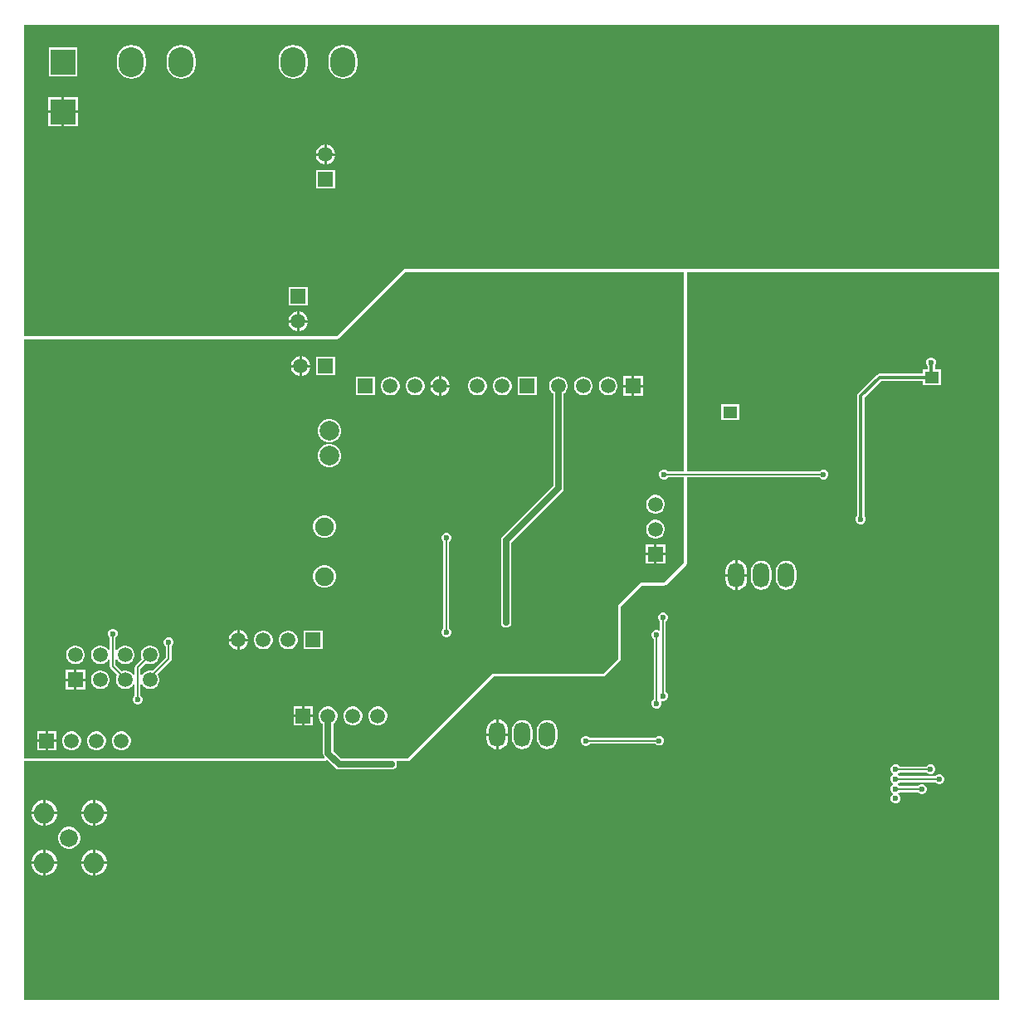
<source format=gbl>
G04*
G04 #@! TF.GenerationSoftware,Altium Limited,Altium Designer,22.2.1 (43)*
G04*
G04 Layer_Physical_Order=2*
G04 Layer_Color=10275833*
%FSLAX24Y24*%
%MOIN*%
G70*
G04*
G04 #@! TF.SameCoordinates,AB8B2AD1-1602-442A-A43A-F402AF7CDF0B*
G04*
G04*
G04 #@! TF.FilePolarity,Positive*
G04*
G01*
G75*
%ADD12C,0.0079*%
%ADD16C,0.0118*%
%ADD22R,0.0550X0.0500*%
%ADD73C,0.0253*%
%ADD76C,0.0820*%
%ADD77C,0.0720*%
%ADD78R,0.0591X0.0591*%
%ADD79C,0.0591*%
%ADD80O,0.0660X0.1000*%
%ADD81C,0.0750*%
%ADD82C,0.0787*%
%ADD83R,0.0591X0.0591*%
%ADD84O,0.1000X0.1200*%
%ADD85R,0.0984X0.0984*%
%ADD86C,0.0236*%
G36*
X39270Y29450D02*
X15350D01*
X12650Y26750D01*
X100D01*
Y39270D01*
X39270D01*
Y29450D01*
D02*
G37*
G36*
X26600Y21320D02*
X25958D01*
X25912Y21367D01*
X25839Y21397D01*
X25761D01*
X25688Y21367D01*
X25633Y21312D01*
X25603Y21239D01*
Y21161D01*
X25633Y21088D01*
X25688Y21033D01*
X25761Y21003D01*
X25839D01*
X25912Y21033D01*
X25958Y21080D01*
X26600D01*
Y17650D01*
X25800Y16850D01*
X24850D01*
X23950Y15950D01*
Y13800D01*
X23350Y13200D01*
X18900D01*
X15500Y9800D01*
X12796D01*
X12509Y10087D01*
Y11189D01*
X12530Y11201D01*
X12599Y11270D01*
X12649Y11356D01*
X12674Y11451D01*
Y11549D01*
X12649Y11644D01*
X12599Y11730D01*
X12530Y11799D01*
X12444Y11849D01*
X12349Y11874D01*
X12251D01*
X12156Y11849D01*
X12070Y11799D01*
X12001Y11730D01*
X11951Y11644D01*
X11926Y11549D01*
Y11451D01*
X11951Y11356D01*
X12001Y11270D01*
X12070Y11201D01*
X12091Y11189D01*
Y10000D01*
X12107Y9920D01*
X12152Y9852D01*
X12158Y9846D01*
X12139Y9800D01*
X100D01*
Y26630D01*
X12650D01*
X12650Y26630D01*
X12696Y26639D01*
X12735Y26665D01*
X12735Y26665D01*
X15400Y29330D01*
X26600D01*
Y21320D01*
D02*
G37*
G36*
X39270Y100D02*
X100D01*
Y9680D01*
X12139D01*
X12168Y9685D01*
X12185Y9689D01*
X12224Y9715D01*
X12280Y9721D01*
X12286Y9718D01*
X12602Y9402D01*
X12670Y9357D01*
X12750Y9341D01*
X14850D01*
X14930Y9357D01*
X14998Y9402D01*
X15043Y9470D01*
X15059Y9550D01*
X15043Y9630D01*
X15039Y9635D01*
X15063Y9680D01*
X15500D01*
X15546Y9689D01*
X15585Y9715D01*
X18950Y13080D01*
X23350D01*
X23396Y13089D01*
X23435Y13115D01*
X24035Y13715D01*
X24061Y13754D01*
X24070Y13800D01*
X24070Y13800D01*
Y15900D01*
X24900Y16730D01*
X25800D01*
X25800Y16730D01*
X25846Y16739D01*
X25885Y16765D01*
X26685Y17565D01*
X26711Y17604D01*
X26720Y17650D01*
X26720Y17650D01*
Y21080D01*
X32042D01*
X32088Y21033D01*
X32161Y21003D01*
X32239D01*
X32312Y21033D01*
X32367Y21088D01*
X32397Y21161D01*
Y21239D01*
X32367Y21312D01*
X32312Y21367D01*
X32239Y21397D01*
X32161D01*
X32088Y21367D01*
X32042Y21320D01*
X26720D01*
Y29330D01*
X39270D01*
Y100D01*
D02*
G37*
%LPC*%
G36*
X2221Y38341D02*
X1079D01*
Y37199D01*
X2221D01*
Y38341D01*
D02*
G37*
G36*
X12900Y38454D02*
X12749Y38434D01*
X12608Y38376D01*
X12487Y38283D01*
X12394Y38162D01*
X12336Y38021D01*
X12316Y37870D01*
Y37670D01*
X12336Y37519D01*
X12394Y37378D01*
X12487Y37257D01*
X12608Y37165D01*
X12749Y37106D01*
X12900Y37086D01*
X13051Y37106D01*
X13192Y37165D01*
X13313Y37257D01*
X13406Y37378D01*
X13464Y37519D01*
X13484Y37670D01*
Y37870D01*
X13464Y38021D01*
X13406Y38162D01*
X13313Y38283D01*
X13192Y38376D01*
X13051Y38434D01*
X12900Y38454D01*
D02*
G37*
G36*
X10900D02*
X10749Y38434D01*
X10608Y38376D01*
X10487Y38283D01*
X10394Y38162D01*
X10336Y38021D01*
X10316Y37870D01*
Y37670D01*
X10336Y37519D01*
X10394Y37378D01*
X10487Y37257D01*
X10608Y37165D01*
X10749Y37106D01*
X10900Y37086D01*
X11051Y37106D01*
X11192Y37165D01*
X11313Y37257D01*
X11406Y37378D01*
X11464Y37519D01*
X11484Y37670D01*
Y37870D01*
X11464Y38021D01*
X11406Y38162D01*
X11313Y38283D01*
X11192Y38376D01*
X11051Y38434D01*
X10900Y38454D01*
D02*
G37*
G36*
X6400D02*
X6249Y38434D01*
X6108Y38376D01*
X5987Y38283D01*
X5894Y38162D01*
X5836Y38021D01*
X5816Y37870D01*
Y37670D01*
X5836Y37519D01*
X5894Y37378D01*
X5987Y37257D01*
X6108Y37165D01*
X6249Y37106D01*
X6400Y37086D01*
X6551Y37106D01*
X6692Y37165D01*
X6813Y37257D01*
X6906Y37378D01*
X6964Y37519D01*
X6984Y37670D01*
Y37870D01*
X6964Y38021D01*
X6906Y38162D01*
X6813Y38283D01*
X6692Y38376D01*
X6551Y38434D01*
X6400Y38454D01*
D02*
G37*
G36*
X4400D02*
X4249Y38434D01*
X4108Y38376D01*
X3987Y38283D01*
X3894Y38162D01*
X3836Y38021D01*
X3816Y37870D01*
Y37670D01*
X3836Y37519D01*
X3894Y37378D01*
X3987Y37257D01*
X4108Y37165D01*
X4249Y37106D01*
X4400Y37086D01*
X4551Y37106D01*
X4692Y37165D01*
X4813Y37257D01*
X4906Y37378D01*
X4964Y37519D01*
X4984Y37670D01*
Y37870D01*
X4964Y38021D01*
X4906Y38162D01*
X4813Y38283D01*
X4692Y38376D01*
X4551Y38434D01*
X4400Y38454D01*
D02*
G37*
G36*
X2242Y36362D02*
X1700D01*
Y35820D01*
X2242D01*
Y36362D01*
D02*
G37*
G36*
X1600D02*
X1058D01*
Y35820D01*
X1600D01*
Y36362D01*
D02*
G37*
G36*
X2242Y35720D02*
X1700D01*
Y35178D01*
X2242D01*
Y35720D01*
D02*
G37*
G36*
X1600D02*
X1058D01*
Y35178D01*
X1600D01*
Y35720D01*
D02*
G37*
G36*
X12252Y34445D02*
X12250D01*
Y34100D01*
X12595D01*
Y34102D01*
X12568Y34203D01*
X12516Y34293D01*
X12443Y34366D01*
X12353Y34418D01*
X12252Y34445D01*
D02*
G37*
G36*
X12150D02*
X12148D01*
X12047Y34418D01*
X11957Y34366D01*
X11884Y34293D01*
X11832Y34203D01*
X11805Y34102D01*
Y34100D01*
X12150D01*
Y34445D01*
D02*
G37*
G36*
X12595Y34000D02*
X12250D01*
Y33655D01*
X12252D01*
X12353Y33682D01*
X12443Y33734D01*
X12516Y33807D01*
X12568Y33897D01*
X12595Y33998D01*
Y34000D01*
D02*
G37*
G36*
X12150D02*
X11805D01*
Y33998D01*
X11832Y33897D01*
X11884Y33807D01*
X11957Y33734D01*
X12047Y33682D01*
X12148Y33655D01*
X12150D01*
Y34000D01*
D02*
G37*
G36*
X12574Y33424D02*
X11826D01*
Y32676D01*
X12574D01*
Y33424D01*
D02*
G37*
G36*
X11474Y28724D02*
X10726D01*
Y27976D01*
X11474D01*
Y28724D01*
D02*
G37*
G36*
X11152Y27745D02*
X11150D01*
Y27400D01*
X11495D01*
Y27402D01*
X11468Y27503D01*
X11416Y27593D01*
X11343Y27666D01*
X11253Y27718D01*
X11152Y27745D01*
D02*
G37*
G36*
X11050D02*
X11048D01*
X10947Y27718D01*
X10857Y27666D01*
X10784Y27593D01*
X10732Y27503D01*
X10705Y27402D01*
Y27400D01*
X11050D01*
Y27745D01*
D02*
G37*
G36*
X11495Y27300D02*
X11150D01*
Y26955D01*
X11152D01*
X11253Y26982D01*
X11343Y27034D01*
X11416Y27107D01*
X11468Y27197D01*
X11495Y27298D01*
Y27300D01*
D02*
G37*
G36*
X11050D02*
X10705D01*
Y27298D01*
X10732Y27197D01*
X10784Y27107D01*
X10857Y27034D01*
X10947Y26982D01*
X11048Y26955D01*
X11050D01*
Y27300D01*
D02*
G37*
G36*
X11252Y25945D02*
X11250D01*
Y25600D01*
X11595D01*
Y25602D01*
X11568Y25703D01*
X11516Y25793D01*
X11443Y25866D01*
X11353Y25918D01*
X11252Y25945D01*
D02*
G37*
G36*
X11150D02*
X11148D01*
X11047Y25918D01*
X10957Y25866D01*
X10884Y25793D01*
X10832Y25703D01*
X10805Y25602D01*
Y25600D01*
X11150D01*
Y25945D01*
D02*
G37*
G36*
X12574Y25924D02*
X11826D01*
Y25176D01*
X12574D01*
Y25924D01*
D02*
G37*
G36*
X11595Y25500D02*
X11250D01*
Y25155D01*
X11252D01*
X11353Y25182D01*
X11443Y25234D01*
X11516Y25307D01*
X11568Y25397D01*
X11595Y25498D01*
Y25500D01*
D02*
G37*
G36*
X11150D02*
X10805D01*
Y25498D01*
X10832Y25397D01*
X10884Y25307D01*
X10957Y25234D01*
X11047Y25182D01*
X11148Y25155D01*
X11150D01*
Y25500D01*
D02*
G37*
G36*
X16852Y25145D02*
X16850D01*
Y24800D01*
X17195D01*
Y24802D01*
X17168Y24903D01*
X17116Y24993D01*
X17043Y25066D01*
X16953Y25118D01*
X16852Y25145D01*
D02*
G37*
G36*
X16750D02*
X16748D01*
X16647Y25118D01*
X16557Y25066D01*
X16484Y24993D01*
X16432Y24903D01*
X16405Y24802D01*
Y24800D01*
X16750D01*
Y25145D01*
D02*
G37*
G36*
X24945D02*
X24600D01*
Y24800D01*
X24945D01*
Y25145D01*
D02*
G37*
G36*
X24500D02*
X24155D01*
Y24800D01*
X24500D01*
Y25145D01*
D02*
G37*
G36*
X23599Y25124D02*
X23501D01*
X23406Y25099D01*
X23320Y25049D01*
X23251Y24980D01*
X23201Y24894D01*
X23176Y24799D01*
Y24701D01*
X23201Y24606D01*
X23251Y24520D01*
X23320Y24451D01*
X23406Y24401D01*
X23501Y24376D01*
X23599D01*
X23694Y24401D01*
X23780Y24451D01*
X23849Y24520D01*
X23899Y24606D01*
X23924Y24701D01*
Y24799D01*
X23899Y24894D01*
X23849Y24980D01*
X23780Y25049D01*
X23694Y25099D01*
X23599Y25124D01*
D02*
G37*
G36*
X22599D02*
X22501D01*
X22406Y25099D01*
X22320Y25049D01*
X22251Y24980D01*
X22201Y24894D01*
X22176Y24799D01*
Y24701D01*
X22201Y24606D01*
X22251Y24520D01*
X22320Y24451D01*
X22406Y24401D01*
X22501Y24376D01*
X22599D01*
X22694Y24401D01*
X22780Y24451D01*
X22849Y24520D01*
X22899Y24606D01*
X22924Y24701D01*
Y24799D01*
X22899Y24894D01*
X22849Y24980D01*
X22780Y25049D01*
X22694Y25099D01*
X22599Y25124D01*
D02*
G37*
G36*
X20674D02*
X19926D01*
Y24376D01*
X20674D01*
Y25124D01*
D02*
G37*
G36*
X19349D02*
X19251D01*
X19156Y25099D01*
X19070Y25049D01*
X19001Y24980D01*
X18951Y24894D01*
X18926Y24799D01*
Y24701D01*
X18951Y24606D01*
X19001Y24520D01*
X19070Y24451D01*
X19156Y24401D01*
X19251Y24376D01*
X19349D01*
X19444Y24401D01*
X19530Y24451D01*
X19599Y24520D01*
X19649Y24606D01*
X19674Y24701D01*
Y24799D01*
X19649Y24894D01*
X19599Y24980D01*
X19530Y25049D01*
X19444Y25099D01*
X19349Y25124D01*
D02*
G37*
G36*
X18349D02*
X18251D01*
X18156Y25099D01*
X18070Y25049D01*
X18001Y24980D01*
X17951Y24894D01*
X17926Y24799D01*
Y24701D01*
X17951Y24606D01*
X18001Y24520D01*
X18070Y24451D01*
X18156Y24401D01*
X18251Y24376D01*
X18349D01*
X18444Y24401D01*
X18530Y24451D01*
X18599Y24520D01*
X18649Y24606D01*
X18674Y24701D01*
Y24799D01*
X18649Y24894D01*
X18599Y24980D01*
X18530Y25049D01*
X18444Y25099D01*
X18349Y25124D01*
D02*
G37*
G36*
X15849D02*
X15751D01*
X15656Y25099D01*
X15570Y25049D01*
X15501Y24980D01*
X15451Y24894D01*
X15426Y24799D01*
Y24701D01*
X15451Y24606D01*
X15501Y24520D01*
X15570Y24451D01*
X15656Y24401D01*
X15751Y24376D01*
X15849D01*
X15944Y24401D01*
X16030Y24451D01*
X16099Y24520D01*
X16149Y24606D01*
X16174Y24701D01*
Y24799D01*
X16149Y24894D01*
X16099Y24980D01*
X16030Y25049D01*
X15944Y25099D01*
X15849Y25124D01*
D02*
G37*
G36*
X14849D02*
X14751D01*
X14656Y25099D01*
X14570Y25049D01*
X14501Y24980D01*
X14451Y24894D01*
X14426Y24799D01*
Y24701D01*
X14451Y24606D01*
X14501Y24520D01*
X14570Y24451D01*
X14656Y24401D01*
X14751Y24376D01*
X14849D01*
X14944Y24401D01*
X15030Y24451D01*
X15099Y24520D01*
X15149Y24606D01*
X15174Y24701D01*
Y24799D01*
X15149Y24894D01*
X15099Y24980D01*
X15030Y25049D01*
X14944Y25099D01*
X14849Y25124D01*
D02*
G37*
G36*
X14174D02*
X13426D01*
Y24376D01*
X14174D01*
Y25124D01*
D02*
G37*
G36*
X24945Y24700D02*
X24600D01*
Y24355D01*
X24945D01*
Y24700D01*
D02*
G37*
G36*
X24500D02*
X24155D01*
Y24355D01*
X24500D01*
Y24700D01*
D02*
G37*
G36*
X17195Y24700D02*
X16850D01*
Y24355D01*
X16852D01*
X16953Y24382D01*
X17043Y24434D01*
X17116Y24507D01*
X17168Y24597D01*
X17195Y24698D01*
Y24700D01*
D02*
G37*
G36*
X16750D02*
X16405D01*
Y24698D01*
X16432Y24597D01*
X16484Y24507D01*
X16557Y24434D01*
X16647Y24382D01*
X16748Y24355D01*
X16750D01*
Y24700D01*
D02*
G37*
G36*
X12412Y23422D02*
X12288D01*
X12168Y23390D01*
X12060Y23328D01*
X11972Y23240D01*
X11910Y23132D01*
X11878Y23012D01*
Y22888D01*
X11910Y22768D01*
X11972Y22660D01*
X12060Y22572D01*
X12168Y22510D01*
X12288Y22478D01*
X12412D01*
X12532Y22510D01*
X12640Y22572D01*
X12728Y22660D01*
X12790Y22768D01*
X12822Y22888D01*
Y23012D01*
X12790Y23132D01*
X12728Y23240D01*
X12640Y23328D01*
X12532Y23390D01*
X12412Y23422D01*
D02*
G37*
G36*
Y22422D02*
X12288D01*
X12168Y22390D01*
X12060Y22328D01*
X11972Y22240D01*
X11910Y22132D01*
X11878Y22012D01*
Y21888D01*
X11910Y21768D01*
X11972Y21660D01*
X12060Y21572D01*
X12168Y21510D01*
X12288Y21478D01*
X12412D01*
X12532Y21510D01*
X12640Y21572D01*
X12728Y21660D01*
X12790Y21768D01*
X12822Y21888D01*
Y22012D01*
X12790Y22132D01*
X12728Y22240D01*
X12640Y22328D01*
X12532Y22390D01*
X12412Y22422D01*
D02*
G37*
G36*
X25499Y20374D02*
X25401D01*
X25306Y20349D01*
X25220Y20299D01*
X25151Y20230D01*
X25101Y20144D01*
X25076Y20049D01*
Y19951D01*
X25101Y19856D01*
X25151Y19770D01*
X25220Y19701D01*
X25306Y19651D01*
X25401Y19626D01*
X25499D01*
X25594Y19651D01*
X25680Y19701D01*
X25749Y19770D01*
X25799Y19856D01*
X25824Y19951D01*
Y20049D01*
X25799Y20144D01*
X25749Y20230D01*
X25680Y20299D01*
X25594Y20349D01*
X25499Y20374D01*
D02*
G37*
G36*
X12210Y19554D02*
X12090D01*
X11975Y19523D01*
X11871Y19463D01*
X11787Y19379D01*
X11727Y19275D01*
X11696Y19160D01*
Y19040D01*
X11727Y18925D01*
X11787Y18821D01*
X11871Y18737D01*
X11975Y18677D01*
X12090Y18646D01*
X12210D01*
X12325Y18677D01*
X12429Y18737D01*
X12513Y18821D01*
X12573Y18925D01*
X12604Y19040D01*
Y19160D01*
X12573Y19275D01*
X12513Y19379D01*
X12429Y19463D01*
X12325Y19523D01*
X12210Y19554D01*
D02*
G37*
G36*
X25499Y19374D02*
X25401D01*
X25306Y19349D01*
X25220Y19299D01*
X25151Y19230D01*
X25101Y19144D01*
X25076Y19049D01*
Y18951D01*
X25101Y18856D01*
X25151Y18770D01*
X25220Y18701D01*
X25306Y18651D01*
X25401Y18626D01*
X25499D01*
X25594Y18651D01*
X25680Y18701D01*
X25749Y18770D01*
X25799Y18856D01*
X25824Y18951D01*
Y19049D01*
X25799Y19144D01*
X25749Y19230D01*
X25680Y19299D01*
X25594Y19349D01*
X25499Y19374D01*
D02*
G37*
G36*
X25845Y18395D02*
X25500D01*
Y18050D01*
X25845D01*
Y18395D01*
D02*
G37*
G36*
X25400D02*
X25055D01*
Y18050D01*
X25400D01*
Y18395D01*
D02*
G37*
G36*
X25845Y17950D02*
X25500D01*
Y17605D01*
X25845D01*
Y17950D01*
D02*
G37*
G36*
X25400D02*
X25055D01*
Y17605D01*
X25400D01*
Y17950D01*
D02*
G37*
G36*
X12210Y17554D02*
X12090D01*
X11975Y17523D01*
X11871Y17463D01*
X11787Y17379D01*
X11727Y17275D01*
X11696Y17160D01*
Y17040D01*
X11727Y16925D01*
X11787Y16821D01*
X11871Y16737D01*
X11975Y16677D01*
X12090Y16646D01*
X12210D01*
X12325Y16677D01*
X12429Y16737D01*
X12513Y16821D01*
X12573Y16925D01*
X12604Y17040D01*
Y17160D01*
X12573Y17275D01*
X12513Y17379D01*
X12429Y17463D01*
X12325Y17523D01*
X12210Y17554D01*
D02*
G37*
G36*
X21599Y25124D02*
X21501D01*
X21406Y25099D01*
X21320Y25049D01*
X21251Y24980D01*
X21201Y24894D01*
X21176Y24799D01*
Y24701D01*
X21201Y24606D01*
X21251Y24520D01*
X21320Y24451D01*
X21341Y24439D01*
Y20737D01*
X20902Y20298D01*
X20902Y20298D01*
X19302Y18698D01*
X19257Y18630D01*
X19241Y18550D01*
Y15250D01*
X19257Y15170D01*
X19302Y15102D01*
X19370Y15057D01*
X19450Y15041D01*
X19530Y15057D01*
X19598Y15102D01*
X19643Y15170D01*
X19659Y15250D01*
Y18463D01*
X21198Y20002D01*
X21198Y20002D01*
X21698Y20502D01*
X21743Y20570D01*
X21759Y20650D01*
Y24439D01*
X21780Y24451D01*
X21849Y24520D01*
X21899Y24606D01*
X21924Y24701D01*
Y24799D01*
X21899Y24894D01*
X21849Y24980D01*
X21780Y25049D01*
X21694Y25099D01*
X21599Y25124D01*
D02*
G37*
G36*
X17089Y18847D02*
X17011D01*
X16938Y18817D01*
X16883Y18762D01*
X16853Y18689D01*
Y18611D01*
X16883Y18538D01*
X16930Y18492D01*
Y15008D01*
X16883Y14962D01*
X16853Y14889D01*
Y14811D01*
X16883Y14738D01*
X16938Y14683D01*
X17011Y14653D01*
X17089D01*
X17162Y14683D01*
X17217Y14738D01*
X17247Y14811D01*
Y14889D01*
X17217Y14962D01*
X17170Y15008D01*
Y18492D01*
X17217Y18538D01*
X17247Y18611D01*
Y18689D01*
X17217Y18762D01*
X17162Y18817D01*
X17089Y18847D01*
D02*
G37*
G36*
X8752Y14945D02*
X8750D01*
Y14600D01*
X9095D01*
Y14602D01*
X9068Y14703D01*
X9016Y14793D01*
X8943Y14866D01*
X8853Y14918D01*
X8752Y14945D01*
D02*
G37*
G36*
X8650D02*
X8648D01*
X8547Y14918D01*
X8457Y14866D01*
X8384Y14793D01*
X8332Y14703D01*
X8305Y14602D01*
Y14600D01*
X8650D01*
Y14945D01*
D02*
G37*
G36*
X12074Y14924D02*
X11326D01*
Y14176D01*
X12074D01*
Y14924D01*
D02*
G37*
G36*
X10749D02*
X10651D01*
X10556Y14899D01*
X10470Y14849D01*
X10401Y14780D01*
X10351Y14694D01*
X10326Y14599D01*
Y14501D01*
X10351Y14406D01*
X10401Y14320D01*
X10470Y14251D01*
X10556Y14201D01*
X10651Y14176D01*
X10749D01*
X10844Y14201D01*
X10930Y14251D01*
X10999Y14320D01*
X11049Y14406D01*
X11074Y14501D01*
Y14599D01*
X11049Y14694D01*
X10999Y14780D01*
X10930Y14849D01*
X10844Y14899D01*
X10749Y14924D01*
D02*
G37*
G36*
X9749D02*
X9651D01*
X9556Y14899D01*
X9470Y14849D01*
X9401Y14780D01*
X9351Y14694D01*
X9326Y14599D01*
Y14501D01*
X9351Y14406D01*
X9401Y14320D01*
X9470Y14251D01*
X9556Y14201D01*
X9651Y14176D01*
X9749D01*
X9844Y14201D01*
X9930Y14251D01*
X9999Y14320D01*
X10049Y14406D01*
X10074Y14501D01*
Y14599D01*
X10049Y14694D01*
X9999Y14780D01*
X9930Y14849D01*
X9844Y14899D01*
X9749Y14924D01*
D02*
G37*
G36*
X9095Y14500D02*
X8750D01*
Y14155D01*
X8752D01*
X8853Y14182D01*
X8943Y14234D01*
X9016Y14307D01*
X9068Y14397D01*
X9095Y14498D01*
Y14500D01*
D02*
G37*
G36*
X8650D02*
X8305D01*
Y14498D01*
X8332Y14397D01*
X8384Y14307D01*
X8457Y14234D01*
X8547Y14182D01*
X8648Y14155D01*
X8650D01*
Y14500D01*
D02*
G37*
G36*
X3689Y14997D02*
X3611D01*
X3538Y14967D01*
X3483Y14912D01*
X3453Y14839D01*
Y14761D01*
X3483Y14688D01*
X3530Y14642D01*
Y14141D01*
X3480Y14127D01*
X3449Y14180D01*
X3380Y14249D01*
X3294Y14299D01*
X3199Y14324D01*
X3101D01*
X3006Y14299D01*
X2920Y14249D01*
X2851Y14180D01*
X2801Y14094D01*
X2776Y13999D01*
Y13901D01*
X2801Y13806D01*
X2851Y13720D01*
X2920Y13651D01*
X3006Y13601D01*
X3101Y13576D01*
X3199D01*
X3294Y13601D01*
X3380Y13651D01*
X3449Y13720D01*
X3480Y13773D01*
X3530Y13759D01*
Y13496D01*
X3530Y13496D01*
X3539Y13450D01*
X3565Y13411D01*
X3831Y13145D01*
X3801Y13094D01*
X3776Y12999D01*
Y12901D01*
X3801Y12806D01*
X3851Y12720D01*
X3920Y12651D01*
X4006Y12601D01*
X4101Y12576D01*
X4199D01*
X4294Y12601D01*
X4380Y12651D01*
X4449Y12720D01*
X4480Y12773D01*
X4530Y12759D01*
Y12308D01*
X4483Y12262D01*
X4453Y12189D01*
Y12111D01*
X4483Y12038D01*
X4538Y11983D01*
X4611Y11953D01*
X4689D01*
X4762Y11983D01*
X4817Y12038D01*
X4847Y12111D01*
Y12189D01*
X4817Y12262D01*
X4770Y12308D01*
Y12759D01*
X4820Y12773D01*
X4851Y12720D01*
X4920Y12651D01*
X5006Y12601D01*
X5101Y12576D01*
X5199D01*
X5294Y12601D01*
X5380Y12651D01*
X5449Y12720D01*
X5499Y12806D01*
X5524Y12901D01*
Y12999D01*
X5499Y13094D01*
X5449Y13180D01*
X5448Y13181D01*
X5985Y13718D01*
X6011Y13757D01*
X6020Y13803D01*
Y14292D01*
X6067Y14338D01*
X6097Y14411D01*
Y14489D01*
X6067Y14562D01*
X6012Y14617D01*
X5939Y14647D01*
X5861D01*
X5788Y14617D01*
X5733Y14562D01*
X5703Y14489D01*
Y14411D01*
X5733Y14338D01*
X5780Y14292D01*
Y13853D01*
X5240Y13313D01*
X5199Y13324D01*
X5101D01*
X5006Y13299D01*
X4920Y13249D01*
X4851Y13180D01*
X4820Y13127D01*
X4770Y13141D01*
Y13400D01*
X4984Y13614D01*
X5006Y13601D01*
X5101Y13576D01*
X5199D01*
X5294Y13601D01*
X5380Y13651D01*
X5449Y13720D01*
X5499Y13806D01*
X5524Y13901D01*
Y13999D01*
X5499Y14094D01*
X5449Y14180D01*
X5380Y14249D01*
X5294Y14299D01*
X5199Y14324D01*
X5101D01*
X5006Y14299D01*
X4920Y14249D01*
X4851Y14180D01*
X4801Y14094D01*
X4776Y13999D01*
Y13901D01*
X4801Y13806D01*
X4814Y13784D01*
X4565Y13535D01*
X4539Y13496D01*
X4530Y13450D01*
X4530Y13450D01*
Y13141D01*
X4480Y13127D01*
X4449Y13180D01*
X4380Y13249D01*
X4294Y13299D01*
X4199Y13324D01*
X4101D01*
X4015Y13301D01*
X3770Y13546D01*
Y13759D01*
X3820Y13773D01*
X3851Y13720D01*
X3920Y13651D01*
X4006Y13601D01*
X4101Y13576D01*
X4199D01*
X4294Y13601D01*
X4380Y13651D01*
X4449Y13720D01*
X4499Y13806D01*
X4524Y13901D01*
Y13999D01*
X4499Y14094D01*
X4449Y14180D01*
X4380Y14249D01*
X4294Y14299D01*
X4199Y14324D01*
X4101D01*
X4006Y14299D01*
X3920Y14249D01*
X3851Y14180D01*
X3820Y14127D01*
X3770Y14141D01*
Y14642D01*
X3817Y14688D01*
X3847Y14761D01*
Y14839D01*
X3817Y14912D01*
X3762Y14967D01*
X3689Y14997D01*
D02*
G37*
G36*
X2199Y14324D02*
X2101D01*
X2006Y14299D01*
X1920Y14249D01*
X1851Y14180D01*
X1801Y14094D01*
X1776Y13999D01*
Y13901D01*
X1801Y13806D01*
X1851Y13720D01*
X1920Y13651D01*
X2006Y13601D01*
X2101Y13576D01*
X2199D01*
X2294Y13601D01*
X2380Y13651D01*
X2449Y13720D01*
X2499Y13806D01*
X2524Y13901D01*
Y13999D01*
X2499Y14094D01*
X2449Y14180D01*
X2380Y14249D01*
X2294Y14299D01*
X2199Y14324D01*
D02*
G37*
G36*
X2545Y13345D02*
X2200D01*
Y13000D01*
X2545D01*
Y13345D01*
D02*
G37*
G36*
X2100D02*
X1755D01*
Y13000D01*
X2100D01*
Y13345D01*
D02*
G37*
G36*
X3199Y13324D02*
X3101D01*
X3006Y13299D01*
X2920Y13249D01*
X2851Y13180D01*
X2801Y13094D01*
X2776Y12999D01*
Y12901D01*
X2801Y12806D01*
X2851Y12720D01*
X2920Y12651D01*
X3006Y12601D01*
X3101Y12576D01*
X3199D01*
X3294Y12601D01*
X3380Y12651D01*
X3449Y12720D01*
X3499Y12806D01*
X3524Y12901D01*
Y12999D01*
X3499Y13094D01*
X3449Y13180D01*
X3380Y13249D01*
X3294Y13299D01*
X3199Y13324D01*
D02*
G37*
G36*
X2545Y12900D02*
X2200D01*
Y12555D01*
X2545D01*
Y12900D01*
D02*
G37*
G36*
X2100D02*
X1755D01*
Y12555D01*
X2100D01*
Y12900D01*
D02*
G37*
G36*
X11695Y11895D02*
X11350D01*
Y11550D01*
X11695D01*
Y11895D01*
D02*
G37*
G36*
X11250D02*
X10905D01*
Y11550D01*
X11250D01*
Y11895D01*
D02*
G37*
G36*
X14349Y11874D02*
X14251D01*
X14156Y11849D01*
X14070Y11799D01*
X14001Y11730D01*
X13951Y11644D01*
X13926Y11549D01*
Y11451D01*
X13951Y11356D01*
X14001Y11270D01*
X14070Y11201D01*
X14156Y11151D01*
X14251Y11126D01*
X14349D01*
X14444Y11151D01*
X14530Y11201D01*
X14599Y11270D01*
X14649Y11356D01*
X14674Y11451D01*
Y11549D01*
X14649Y11644D01*
X14599Y11730D01*
X14530Y11799D01*
X14444Y11849D01*
X14349Y11874D01*
D02*
G37*
G36*
X13349D02*
X13251D01*
X13156Y11849D01*
X13070Y11799D01*
X13001Y11730D01*
X12951Y11644D01*
X12926Y11549D01*
Y11451D01*
X12951Y11356D01*
X13001Y11270D01*
X13070Y11201D01*
X13156Y11151D01*
X13251Y11126D01*
X13349D01*
X13444Y11151D01*
X13530Y11201D01*
X13599Y11270D01*
X13649Y11356D01*
X13674Y11451D01*
Y11549D01*
X13649Y11644D01*
X13599Y11730D01*
X13530Y11799D01*
X13444Y11849D01*
X13349Y11874D01*
D02*
G37*
G36*
X11695Y11450D02*
X11350D01*
Y11105D01*
X11695D01*
Y11450D01*
D02*
G37*
G36*
X11250D02*
X10905D01*
Y11105D01*
X11250D01*
Y11450D01*
D02*
G37*
G36*
X1395Y10895D02*
X1050D01*
Y10550D01*
X1395D01*
Y10895D01*
D02*
G37*
G36*
X950D02*
X605D01*
Y10550D01*
X950D01*
Y10895D01*
D02*
G37*
G36*
X4049Y10874D02*
X3951D01*
X3856Y10849D01*
X3770Y10799D01*
X3701Y10730D01*
X3651Y10644D01*
X3626Y10549D01*
Y10451D01*
X3651Y10356D01*
X3701Y10270D01*
X3770Y10201D01*
X3856Y10151D01*
X3951Y10126D01*
X4049D01*
X4144Y10151D01*
X4230Y10201D01*
X4299Y10270D01*
X4349Y10356D01*
X4374Y10451D01*
Y10549D01*
X4349Y10644D01*
X4299Y10730D01*
X4230Y10799D01*
X4144Y10849D01*
X4049Y10874D01*
D02*
G37*
G36*
X3049D02*
X2951D01*
X2856Y10849D01*
X2770Y10799D01*
X2701Y10730D01*
X2651Y10644D01*
X2626Y10549D01*
Y10451D01*
X2651Y10356D01*
X2701Y10270D01*
X2770Y10201D01*
X2856Y10151D01*
X2951Y10126D01*
X3049D01*
X3144Y10151D01*
X3230Y10201D01*
X3299Y10270D01*
X3349Y10356D01*
X3374Y10451D01*
Y10549D01*
X3349Y10644D01*
X3299Y10730D01*
X3230Y10799D01*
X3144Y10849D01*
X3049Y10874D01*
D02*
G37*
G36*
X2049D02*
X1951D01*
X1856Y10849D01*
X1770Y10799D01*
X1701Y10730D01*
X1651Y10644D01*
X1626Y10549D01*
Y10451D01*
X1651Y10356D01*
X1701Y10270D01*
X1770Y10201D01*
X1856Y10151D01*
X1951Y10126D01*
X2049D01*
X2144Y10151D01*
X2230Y10201D01*
X2299Y10270D01*
X2349Y10356D01*
X2374Y10451D01*
Y10549D01*
X2349Y10644D01*
X2299Y10730D01*
X2230Y10799D01*
X2144Y10849D01*
X2049Y10874D01*
D02*
G37*
G36*
X1395Y10450D02*
X1050D01*
Y10105D01*
X1395D01*
Y10450D01*
D02*
G37*
G36*
X950D02*
X605D01*
Y10105D01*
X950D01*
Y10450D01*
D02*
G37*
G36*
X36570Y25897D02*
X36492D01*
X36419Y25867D01*
X36364Y25812D01*
X36334Y25739D01*
Y25661D01*
X36364Y25588D01*
X36390Y25562D01*
Y25429D01*
X36196D01*
Y25240D01*
X34450D01*
X34396Y25230D01*
X34351Y25199D01*
X33601Y24449D01*
X33570Y24404D01*
X33560Y24350D01*
Y19538D01*
X33533Y19512D01*
X33503Y19439D01*
Y19361D01*
X33533Y19288D01*
X33588Y19233D01*
X33661Y19203D01*
X33739D01*
X33812Y19233D01*
X33867Y19288D01*
X33897Y19361D01*
Y19439D01*
X33867Y19512D01*
X33840Y19538D01*
Y24292D01*
X34508Y24959D01*
X36196D01*
Y24771D01*
X36904D01*
Y25429D01*
X36671D01*
Y25562D01*
X36698Y25588D01*
X36728Y25661D01*
Y25739D01*
X36698Y25812D01*
X36642Y25867D01*
X36570Y25897D01*
D02*
G37*
G36*
X28804Y24029D02*
X28096D01*
Y23371D01*
X28804D01*
Y24029D01*
D02*
G37*
G36*
X28750Y17747D02*
Y17200D01*
X29134D01*
Y17320D01*
X29119Y17432D01*
X29076Y17537D01*
X29007Y17627D01*
X28917Y17696D01*
X28812Y17739D01*
X28750Y17747D01*
D02*
G37*
G36*
X28650D02*
X28588Y17739D01*
X28483Y17696D01*
X28393Y17627D01*
X28324Y17537D01*
X28281Y17432D01*
X28266Y17320D01*
Y17200D01*
X28650D01*
Y17747D01*
D02*
G37*
G36*
X30700Y17732D02*
X30593Y17718D01*
X30494Y17677D01*
X30408Y17612D01*
X30343Y17526D01*
X30302Y17427D01*
X30288Y17320D01*
Y16980D01*
X30302Y16873D01*
X30343Y16774D01*
X30408Y16688D01*
X30494Y16623D01*
X30593Y16582D01*
X30700Y16568D01*
X30807Y16582D01*
X30906Y16623D01*
X30992Y16688D01*
X31057Y16774D01*
X31098Y16873D01*
X31112Y16980D01*
Y17320D01*
X31098Y17427D01*
X31057Y17526D01*
X30992Y17612D01*
X30906Y17677D01*
X30807Y17718D01*
X30700Y17732D01*
D02*
G37*
G36*
X29700D02*
X29593Y17718D01*
X29494Y17677D01*
X29408Y17612D01*
X29343Y17526D01*
X29302Y17427D01*
X29288Y17320D01*
Y16980D01*
X29302Y16873D01*
X29343Y16774D01*
X29408Y16688D01*
X29494Y16623D01*
X29593Y16582D01*
X29700Y16568D01*
X29807Y16582D01*
X29906Y16623D01*
X29992Y16688D01*
X30057Y16774D01*
X30098Y16873D01*
X30112Y16980D01*
Y17320D01*
X30098Y17427D01*
X30057Y17526D01*
X29992Y17612D01*
X29906Y17677D01*
X29807Y17718D01*
X29700Y17732D01*
D02*
G37*
G36*
X29134Y17100D02*
X28750D01*
Y16553D01*
X28812Y16561D01*
X28917Y16604D01*
X29007Y16673D01*
X29076Y16763D01*
X29119Y16868D01*
X29134Y16980D01*
Y17100D01*
D02*
G37*
G36*
X28650D02*
X28266D01*
Y16980D01*
X28281Y16868D01*
X28324Y16763D01*
X28393Y16673D01*
X28483Y16604D01*
X28588Y16561D01*
X28650Y16553D01*
Y17100D01*
D02*
G37*
G36*
X25789Y15647D02*
X25711D01*
X25638Y15617D01*
X25583Y15562D01*
X25553Y15489D01*
Y15411D01*
X25583Y15338D01*
X25630Y15292D01*
Y14964D01*
X25580Y14930D01*
X25539Y14947D01*
X25461D01*
X25388Y14917D01*
X25333Y14862D01*
X25303Y14789D01*
Y14711D01*
X25333Y14638D01*
X25377Y14595D01*
Y12161D01*
X25327Y12112D01*
X25297Y12039D01*
Y11961D01*
X25327Y11888D01*
X25383Y11833D01*
X25455Y11803D01*
X25533D01*
X25606Y11833D01*
X25661Y11888D01*
X25691Y11961D01*
Y12039D01*
X25682Y12061D01*
X25696Y12081D01*
X25719Y12103D01*
X25789D01*
X25862Y12133D01*
X25917Y12188D01*
X25947Y12261D01*
Y12339D01*
X25917Y12412D01*
X25870Y12458D01*
Y15292D01*
X25917Y15338D01*
X25947Y15411D01*
Y15489D01*
X25917Y15562D01*
X25862Y15617D01*
X25789Y15647D01*
D02*
G37*
G36*
X19150Y11347D02*
Y10800D01*
X19534D01*
Y10920D01*
X19519Y11032D01*
X19476Y11137D01*
X19407Y11227D01*
X19317Y11296D01*
X19212Y11339D01*
X19150Y11347D01*
D02*
G37*
G36*
X19050D02*
X18988Y11339D01*
X18883Y11296D01*
X18793Y11227D01*
X18724Y11137D01*
X18681Y11032D01*
X18666Y10920D01*
Y10800D01*
X19050D01*
Y11347D01*
D02*
G37*
G36*
X25638Y10698D02*
X25560D01*
X25487Y10668D01*
X25440Y10621D01*
X22807D01*
X22762Y10667D01*
X22689Y10697D01*
X22611D01*
X22538Y10667D01*
X22483Y10612D01*
X22453Y10539D01*
Y10461D01*
X22483Y10388D01*
X22538Y10333D01*
X22611Y10303D01*
X22689D01*
X22762Y10333D01*
X22808Y10380D01*
X25442D01*
X25487Y10334D01*
X25560Y10304D01*
X25638D01*
X25710Y10334D01*
X25766Y10390D01*
X25796Y10462D01*
Y10540D01*
X25766Y10613D01*
X25710Y10668D01*
X25638Y10698D01*
D02*
G37*
G36*
X21100Y11332D02*
X20993Y11318D01*
X20894Y11277D01*
X20808Y11212D01*
X20743Y11126D01*
X20702Y11027D01*
X20688Y10920D01*
Y10580D01*
X20702Y10473D01*
X20743Y10374D01*
X20808Y10288D01*
X20894Y10223D01*
X20993Y10182D01*
X21100Y10168D01*
X21207Y10182D01*
X21306Y10223D01*
X21392Y10288D01*
X21457Y10374D01*
X21498Y10473D01*
X21512Y10580D01*
Y10920D01*
X21498Y11027D01*
X21457Y11126D01*
X21392Y11212D01*
X21306Y11277D01*
X21207Y11318D01*
X21100Y11332D01*
D02*
G37*
G36*
X20100D02*
X19993Y11318D01*
X19894Y11277D01*
X19808Y11212D01*
X19743Y11126D01*
X19702Y11027D01*
X19688Y10920D01*
Y10580D01*
X19702Y10473D01*
X19743Y10374D01*
X19808Y10288D01*
X19894Y10223D01*
X19993Y10182D01*
X20100Y10168D01*
X20207Y10182D01*
X20306Y10223D01*
X20392Y10288D01*
X20457Y10374D01*
X20498Y10473D01*
X20512Y10580D01*
Y10920D01*
X20498Y11027D01*
X20457Y11126D01*
X20392Y11212D01*
X20306Y11277D01*
X20207Y11318D01*
X20100Y11332D01*
D02*
G37*
G36*
X19534Y10700D02*
X19150D01*
Y10153D01*
X19212Y10161D01*
X19317Y10204D01*
X19407Y10273D01*
X19476Y10363D01*
X19519Y10468D01*
X19534Y10580D01*
Y10700D01*
D02*
G37*
G36*
X19050D02*
X18666D01*
Y10580D01*
X18681Y10468D01*
X18724Y10363D01*
X18793Y10273D01*
X18883Y10204D01*
X18988Y10161D01*
X19050Y10153D01*
Y10700D01*
D02*
G37*
G36*
X36539Y9547D02*
X36461D01*
X36388Y9517D01*
X36342Y9470D01*
X35258D01*
X35212Y9517D01*
X35139Y9547D01*
X35061D01*
X34988Y9517D01*
X34933Y9462D01*
X34903Y9389D01*
Y9311D01*
X34933Y9238D01*
X34988Y9183D01*
X34995Y9180D01*
Y9130D01*
X34986Y9126D01*
X34930Y9071D01*
X34900Y8998D01*
Y8920D01*
X34930Y8848D01*
X34986Y8792D01*
X34993Y8789D01*
Y8735D01*
X34986Y8732D01*
X34930Y8677D01*
X34900Y8605D01*
Y8526D01*
X34930Y8454D01*
X34986Y8399D01*
X34998Y8394D01*
Y8344D01*
X34986Y8339D01*
X34930Y8283D01*
X34900Y8211D01*
Y8133D01*
X34930Y8060D01*
X34986Y8005D01*
X35058Y7975D01*
X35136D01*
X35209Y8005D01*
X35264Y8060D01*
X35294Y8133D01*
Y8211D01*
X35264Y8283D01*
X35209Y8339D01*
X35197Y8344D01*
Y8394D01*
X35209Y8399D01*
X35247Y8437D01*
X35984D01*
X36038Y8383D01*
X36111Y8353D01*
X36189D01*
X36262Y8383D01*
X36317Y8438D01*
X36347Y8511D01*
Y8589D01*
X36317Y8662D01*
X36262Y8717D01*
X36189Y8747D01*
X36111D01*
X36038Y8717D01*
X36000Y8678D01*
X35263D01*
X35209Y8732D01*
X35202Y8735D01*
Y8789D01*
X35209Y8792D01*
X35250Y8834D01*
X36687D01*
X36738Y8783D01*
X36811Y8753D01*
X36889D01*
X36962Y8783D01*
X37017Y8838D01*
X37047Y8911D01*
Y8989D01*
X37017Y9062D01*
X36962Y9117D01*
X36889Y9147D01*
X36811D01*
X36738Y9117D01*
X36697Y9075D01*
X35260D01*
X35209Y9126D01*
X35202Y9129D01*
Y9179D01*
X35212Y9183D01*
X35258Y9230D01*
X36342D01*
X36388Y9183D01*
X36461Y9153D01*
X36539D01*
X36612Y9183D01*
X36667Y9238D01*
X36697Y9311D01*
Y9389D01*
X36667Y9462D01*
X36612Y9517D01*
X36539Y9547D01*
D02*
G37*
G36*
X2967Y8110D02*
X2950D01*
Y7650D01*
X3410D01*
Y7667D01*
X3375Y7797D01*
X3308Y7913D01*
X3213Y8008D01*
X3097Y8075D01*
X2967Y8110D01*
D02*
G37*
G36*
X967D02*
X950D01*
Y7650D01*
X1410D01*
Y7667D01*
X1375Y7797D01*
X1308Y7913D01*
X1213Y8008D01*
X1097Y8075D01*
X967Y8110D01*
D02*
G37*
G36*
X2850D02*
X2833D01*
X2703Y8075D01*
X2587Y8008D01*
X2492Y7913D01*
X2425Y7797D01*
X2390Y7667D01*
Y7650D01*
X2850D01*
Y8110D01*
D02*
G37*
G36*
X850D02*
X833D01*
X703Y8075D01*
X587Y8008D01*
X492Y7913D01*
X425Y7797D01*
X390Y7667D01*
Y7650D01*
X850D01*
Y8110D01*
D02*
G37*
G36*
X3410Y7550D02*
X2950D01*
Y7090D01*
X2967D01*
X3097Y7125D01*
X3213Y7192D01*
X3308Y7287D01*
X3375Y7403D01*
X3410Y7533D01*
Y7550D01*
D02*
G37*
G36*
X2850D02*
X2390D01*
Y7533D01*
X2425Y7403D01*
X2492Y7287D01*
X2587Y7192D01*
X2703Y7125D01*
X2833Y7090D01*
X2850D01*
Y7550D01*
D02*
G37*
G36*
X1410D02*
X950D01*
Y7090D01*
X967D01*
X1097Y7125D01*
X1213Y7192D01*
X1308Y7287D01*
X1375Y7403D01*
X1410Y7533D01*
Y7550D01*
D02*
G37*
G36*
X850D02*
X390D01*
Y7533D01*
X425Y7403D01*
X492Y7287D01*
X587Y7192D01*
X703Y7125D01*
X833Y7090D01*
X850D01*
Y7550D01*
D02*
G37*
G36*
X1958Y7039D02*
X1842D01*
X1731Y7009D01*
X1631Y6951D01*
X1549Y6869D01*
X1491Y6769D01*
X1461Y6658D01*
Y6542D01*
X1491Y6431D01*
X1549Y6331D01*
X1631Y6249D01*
X1731Y6191D01*
X1842Y6161D01*
X1958D01*
X2069Y6191D01*
X2169Y6249D01*
X2251Y6331D01*
X2309Y6431D01*
X2339Y6542D01*
Y6658D01*
X2309Y6769D01*
X2251Y6869D01*
X2169Y6951D01*
X2069Y7009D01*
X1958Y7039D01*
D02*
G37*
G36*
X2967Y6110D02*
X2950D01*
Y5650D01*
X3410D01*
Y5667D01*
X3375Y5797D01*
X3308Y5913D01*
X3213Y6008D01*
X3097Y6075D01*
X2967Y6110D01*
D02*
G37*
G36*
X967D02*
X950D01*
Y5650D01*
X1410D01*
Y5667D01*
X1375Y5797D01*
X1308Y5913D01*
X1213Y6008D01*
X1097Y6075D01*
X967Y6110D01*
D02*
G37*
G36*
X2850D02*
X2833D01*
X2703Y6075D01*
X2587Y6008D01*
X2492Y5913D01*
X2425Y5797D01*
X2390Y5667D01*
Y5650D01*
X2850D01*
Y6110D01*
D02*
G37*
G36*
X850D02*
X833D01*
X703Y6075D01*
X587Y6008D01*
X492Y5913D01*
X425Y5797D01*
X390Y5667D01*
Y5650D01*
X850D01*
Y6110D01*
D02*
G37*
G36*
X3410Y5550D02*
X2950D01*
Y5090D01*
X2967D01*
X3097Y5125D01*
X3213Y5192D01*
X3308Y5287D01*
X3375Y5403D01*
X3410Y5533D01*
Y5550D01*
D02*
G37*
G36*
X2850D02*
X2390D01*
Y5533D01*
X2425Y5403D01*
X2492Y5287D01*
X2587Y5192D01*
X2703Y5125D01*
X2833Y5090D01*
X2850D01*
Y5550D01*
D02*
G37*
G36*
X1410D02*
X950D01*
Y5090D01*
X967D01*
X1097Y5125D01*
X1213Y5192D01*
X1308Y5287D01*
X1375Y5403D01*
X1410Y5533D01*
Y5550D01*
D02*
G37*
G36*
X850D02*
X390D01*
Y5533D01*
X425Y5403D01*
X492Y5287D01*
X587Y5192D01*
X703Y5125D01*
X833Y5090D01*
X850D01*
Y5550D01*
D02*
G37*
%LPD*%
G54D12*
X25800Y21200D02*
X32200D01*
X22651Y10501D02*
X25598D01*
X25599Y10501D01*
X22650Y10500D02*
X22651Y10501D01*
X25497Y12003D02*
Y14747D01*
X25500Y14750D01*
X25494Y12000D02*
X25497Y12003D01*
X25750Y12300D02*
Y15450D01*
X35097Y8566D02*
X35105Y8558D01*
X36142D01*
X36150Y8550D01*
X36845Y8955D02*
X36850Y8950D01*
X35097Y8959D02*
X35102Y8955D01*
X36845D01*
X35100Y9350D02*
X36500D01*
X4650Y12150D02*
Y13450D01*
X5150Y13950D01*
Y12950D02*
Y13053D01*
X5900Y13803D01*
Y14450D01*
X4150Y12950D02*
Y12996D01*
X3650Y13496D02*
Y14800D01*
Y13496D02*
X4150Y12996D01*
X17050Y14850D02*
Y18650D01*
G54D16*
X36531Y25119D02*
X36550Y25100D01*
X36531Y25119D02*
Y25700D01*
X34450Y25100D02*
X36550D01*
X33700Y24350D02*
X34450Y25100D01*
X33700Y19400D02*
Y24350D01*
G54D22*
X28450Y22800D02*
D03*
Y23700D02*
D03*
X36550Y25100D02*
D03*
Y24200D02*
D03*
G54D73*
X21050Y20150D02*
X21550Y20650D01*
Y24750D01*
X19450Y18550D02*
X21050Y20150D01*
X19450Y15250D02*
Y18550D01*
X12750Y9550D02*
X14850D01*
X12300Y10000D02*
Y11500D01*
Y10000D02*
X12750Y9550D01*
G54D76*
X2900Y7600D02*
D03*
Y5600D02*
D03*
X900D02*
D03*
Y7600D02*
D03*
G54D77*
X1900Y6600D02*
D03*
G54D78*
X2150Y12950D02*
D03*
X1000Y10500D02*
D03*
X24550Y24750D02*
D03*
X20300D02*
D03*
X13800D02*
D03*
X12200Y25550D02*
D03*
X11700Y14550D02*
D03*
X11300Y11500D02*
D03*
G54D79*
X3150Y12950D02*
D03*
X4150D02*
D03*
X5150D02*
D03*
X2150Y13950D02*
D03*
X3150D02*
D03*
X4150D02*
D03*
X5150D02*
D03*
X2000Y10500D02*
D03*
X3000D02*
D03*
X4000D02*
D03*
X23550Y24750D02*
D03*
X22550D02*
D03*
X21550D02*
D03*
X18300D02*
D03*
X19300D02*
D03*
X16800D02*
D03*
X15800D02*
D03*
X14800D02*
D03*
X11200Y25550D02*
D03*
X11100Y27350D02*
D03*
X12200Y34050D02*
D03*
X10700Y14550D02*
D03*
X9700D02*
D03*
X8700D02*
D03*
X25450Y19000D02*
D03*
Y20000D02*
D03*
X12300Y11500D02*
D03*
X13300D02*
D03*
X14300D02*
D03*
G54D80*
X30700Y17150D02*
D03*
X29700D02*
D03*
X28700D02*
D03*
X21100Y10750D02*
D03*
X20100D02*
D03*
X19100D02*
D03*
G54D81*
X12150Y17100D02*
D03*
Y19100D02*
D03*
G54D82*
X12350Y21950D02*
D03*
Y22950D02*
D03*
G54D83*
X11100Y28350D02*
D03*
X12200Y33050D02*
D03*
X25450Y18000D02*
D03*
G54D84*
X10900Y37770D02*
D03*
X6400D02*
D03*
X4400D02*
D03*
X12900D02*
D03*
G54D85*
X1650D02*
D03*
Y35770D02*
D03*
G54D86*
X20300Y30250D02*
D03*
X2285Y6172D02*
D03*
X2211Y7067D02*
D03*
X1983Y7153D02*
D03*
X2050Y6050D02*
D03*
X1750D02*
D03*
X1500Y6200D02*
D03*
X1350Y6450D02*
D03*
Y6750D02*
D03*
X1468Y6987D02*
D03*
X1699Y7138D02*
D03*
X2400Y6900D02*
D03*
X25700Y6750D02*
D03*
X25550Y6200D02*
D03*
X25700Y6450D02*
D03*
X25600Y7000D02*
D03*
X23300Y6100D02*
D03*
X23650D02*
D03*
X24000D02*
D03*
X21900D02*
D03*
X22250D02*
D03*
X22600D02*
D03*
X22950D02*
D03*
X20550D02*
D03*
X20900D02*
D03*
X21250D02*
D03*
X21600D02*
D03*
X19200D02*
D03*
X19550D02*
D03*
X19900D02*
D03*
X20250D02*
D03*
X22950Y7100D02*
D03*
X23300D02*
D03*
X23650D02*
D03*
X24000D02*
D03*
X21550D02*
D03*
X21900D02*
D03*
X22250D02*
D03*
X22600D02*
D03*
X21200D02*
D03*
X20850D02*
D03*
X20500D02*
D03*
X20150D02*
D03*
X19800D02*
D03*
X19500D02*
D03*
X19200D02*
D03*
X18900Y7050D02*
D03*
X2509Y6295D02*
D03*
X2863D02*
D03*
X3217D02*
D03*
X3572D02*
D03*
X3926D02*
D03*
X4280D02*
D03*
X4635D02*
D03*
X4989D02*
D03*
X5343D02*
D03*
X5698D02*
D03*
X6052D02*
D03*
X6406D02*
D03*
X6761D02*
D03*
X7115D02*
D03*
X7469D02*
D03*
X7824D02*
D03*
X8178D02*
D03*
X8532D02*
D03*
X8887D02*
D03*
X9241D02*
D03*
X9595D02*
D03*
X9950D02*
D03*
X10304D02*
D03*
X10658D02*
D03*
X11013D02*
D03*
X11367D02*
D03*
X11721D02*
D03*
X12075D02*
D03*
X12430D02*
D03*
X12784D02*
D03*
X13138D02*
D03*
X13493D02*
D03*
X13847D02*
D03*
X14201D02*
D03*
X14556D02*
D03*
X14910D02*
D03*
X15264D02*
D03*
X15619D02*
D03*
X15973D02*
D03*
X16327D02*
D03*
X16682D02*
D03*
X17036D02*
D03*
X17390D02*
D03*
X17745D02*
D03*
X18099D02*
D03*
X18453D02*
D03*
X18808D02*
D03*
X18615Y6905D02*
D03*
X18261D02*
D03*
X17906D02*
D03*
X17552D02*
D03*
X17198D02*
D03*
X16843D02*
D03*
X16489D02*
D03*
X16135D02*
D03*
X15780D02*
D03*
X15426D02*
D03*
X15072D02*
D03*
X14717D02*
D03*
X14363D02*
D03*
X14009D02*
D03*
X13654D02*
D03*
X13300D02*
D03*
X12946D02*
D03*
X12591D02*
D03*
X12237D02*
D03*
X11883D02*
D03*
X11528D02*
D03*
X11174D02*
D03*
X10820D02*
D03*
X10465D02*
D03*
X10111D02*
D03*
X9757D02*
D03*
X9402D02*
D03*
X9048D02*
D03*
X8694D02*
D03*
X8339D02*
D03*
X7985D02*
D03*
X7631D02*
D03*
X7276D02*
D03*
X6922D02*
D03*
X6568D02*
D03*
X6213D02*
D03*
X5859D02*
D03*
X5505D02*
D03*
X5150D02*
D03*
X4796D02*
D03*
X4442D02*
D03*
X4087D02*
D03*
X3733D02*
D03*
X3379D02*
D03*
X3024D02*
D03*
X2670D02*
D03*
X28459Y23650D02*
D03*
X14850Y9550D02*
D03*
X12750D02*
D03*
X24419Y8962D02*
D03*
Y9356D02*
D03*
Y4631D02*
D03*
Y5025D02*
D03*
Y5419D02*
D03*
Y5813D02*
D03*
Y6206D02*
D03*
Y6994D02*
D03*
Y7387D02*
D03*
X23800Y5143D02*
D03*
X21100D02*
D03*
X19193Y3150D02*
D03*
X32850Y1319D02*
D03*
X34981Y3450D02*
D03*
Y7781D02*
D03*
X31275Y11881D02*
D03*
X28913D02*
D03*
X28519D02*
D03*
X28000Y13900D02*
D03*
X20723Y30018D02*
D03*
X21682D02*
D03*
X19832D02*
D03*
X21200Y30234D02*
D03*
X20750Y33650D02*
D03*
X21375Y33025D02*
D03*
X18750Y35000D02*
D03*
X11600Y29250D02*
D03*
X9450Y27450D02*
D03*
X8517Y27448D02*
D03*
X7600Y30200D02*
D03*
X4600Y27700D02*
D03*
X3800D02*
D03*
X3000D02*
D03*
X10684Y18063D02*
D03*
X4600Y25800D02*
D03*
X3800D02*
D03*
X3000D02*
D03*
X10950Y24050D02*
D03*
Y20800D02*
D03*
X16350Y22750D02*
D03*
X15650Y22700D02*
D03*
X21050Y20150D02*
D03*
Y19250D02*
D03*
X19450Y15250D02*
D03*
X18550D02*
D03*
X14272Y13950D02*
D03*
X13850Y13100D02*
D03*
X14000Y18350D02*
D03*
X23450Y17150D02*
D03*
X23000Y15550D02*
D03*
Y14800D02*
D03*
Y14050D02*
D03*
X24900D02*
D03*
Y14800D02*
D03*
Y15550D02*
D03*
X32200Y21200D02*
D03*
X25800D02*
D03*
X25599Y10501D02*
D03*
X22650Y10500D02*
D03*
X25500Y14750D02*
D03*
X25750Y15450D02*
D03*
X25494Y12000D02*
D03*
X25750Y12300D02*
D03*
X36150Y8550D02*
D03*
X36850Y8950D02*
D03*
X36500Y9350D02*
D03*
X35097Y8172D02*
D03*
Y8566D02*
D03*
Y8959D02*
D03*
X35100Y9350D02*
D03*
X36531Y25700D02*
D03*
X33700Y19400D02*
D03*
X34300Y18850D02*
D03*
X36531Y23700D02*
D03*
X3650Y14800D02*
D03*
X4650Y12150D02*
D03*
X5900Y14450D02*
D03*
X17050Y14850D02*
D03*
Y18650D02*
D03*
M02*

</source>
